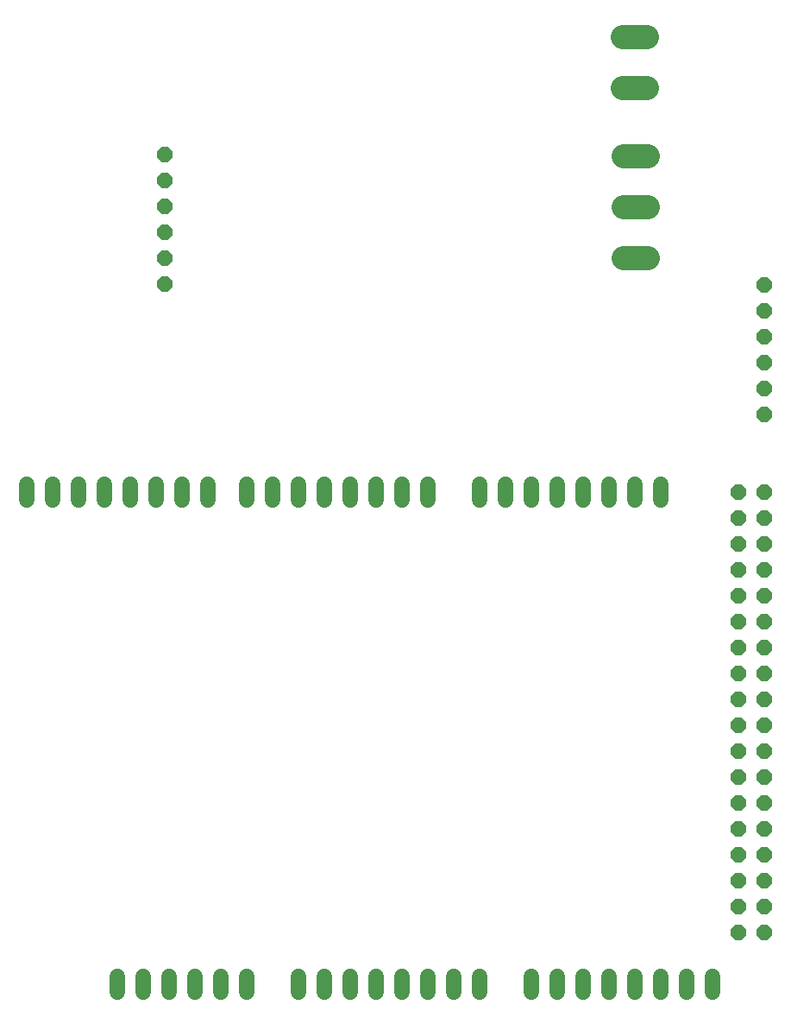
<source format=gbl>
G75*
%MOIN*%
%OFA0B0*%
%FSLAX25Y25*%
%IPPOS*%
%LPD*%
%AMOC8*
5,1,8,0,0,1.08239X$1,22.5*
%
%ADD10OC8,0.06000*%
%ADD11C,0.06000*%
%ADD12C,0.09370*%
D10*
X0197681Y0326539D03*
X0197681Y0336539D03*
X0197681Y0346539D03*
X0197681Y0356539D03*
X0197681Y0366539D03*
X0197681Y0376539D03*
X0419217Y0246343D03*
X0429217Y0246343D03*
X0429217Y0236343D03*
X0419217Y0236343D03*
X0419217Y0226343D03*
X0429217Y0226343D03*
X0429217Y0216343D03*
X0419217Y0216343D03*
X0419217Y0206343D03*
X0429217Y0206343D03*
X0429217Y0196343D03*
X0419217Y0196343D03*
X0419217Y0186343D03*
X0429217Y0186343D03*
X0429217Y0176343D03*
X0419217Y0176343D03*
X0419217Y0166343D03*
X0429217Y0166343D03*
X0429217Y0156343D03*
X0419217Y0156343D03*
X0419217Y0146343D03*
X0429217Y0146343D03*
X0429217Y0136343D03*
X0419217Y0136343D03*
X0419217Y0126343D03*
X0429217Y0126343D03*
X0429217Y0116343D03*
X0419217Y0116343D03*
X0419217Y0106343D03*
X0429217Y0106343D03*
X0429217Y0096343D03*
X0419217Y0096343D03*
X0419217Y0086343D03*
X0429217Y0086343D03*
X0429217Y0076343D03*
X0419217Y0076343D03*
X0429217Y0276343D03*
X0429217Y0286343D03*
X0429217Y0296343D03*
X0429217Y0306343D03*
X0429217Y0316343D03*
X0429217Y0326343D03*
D11*
X0179217Y0059343D02*
X0179217Y0053343D01*
X0189217Y0053343D02*
X0189217Y0059343D01*
X0199217Y0059343D02*
X0199217Y0053343D01*
X0209217Y0053343D02*
X0209217Y0059343D01*
X0219217Y0059343D02*
X0219217Y0053343D01*
X0229217Y0053343D02*
X0229217Y0059343D01*
X0249217Y0059343D02*
X0249217Y0053343D01*
X0259217Y0053343D02*
X0259217Y0059343D01*
X0269217Y0059343D02*
X0269217Y0053343D01*
X0279217Y0053343D02*
X0279217Y0059343D01*
X0289217Y0059343D02*
X0289217Y0053343D01*
X0299217Y0053343D02*
X0299217Y0059343D01*
X0309217Y0059343D02*
X0309217Y0053343D01*
X0319217Y0053343D02*
X0319217Y0059343D01*
X0339217Y0059343D02*
X0339217Y0053343D01*
X0349217Y0053343D02*
X0349217Y0059343D01*
X0359217Y0059343D02*
X0359217Y0053343D01*
X0369217Y0053343D02*
X0369217Y0059343D01*
X0379217Y0059343D02*
X0379217Y0053343D01*
X0389217Y0053343D02*
X0389217Y0059343D01*
X0399217Y0059343D02*
X0399217Y0053343D01*
X0409217Y0053343D02*
X0409217Y0059343D01*
X0389217Y0243343D02*
X0389217Y0249343D01*
X0379217Y0249343D02*
X0379217Y0243343D01*
X0369217Y0243343D02*
X0369217Y0249343D01*
X0359217Y0249343D02*
X0359217Y0243343D01*
X0349217Y0243343D02*
X0349217Y0249343D01*
X0339217Y0249343D02*
X0339217Y0243343D01*
X0329217Y0243343D02*
X0329217Y0249343D01*
X0319217Y0249343D02*
X0319217Y0243343D01*
X0299217Y0243343D02*
X0299217Y0249343D01*
X0289217Y0249343D02*
X0289217Y0243343D01*
X0279217Y0243343D02*
X0279217Y0249343D01*
X0269217Y0249343D02*
X0269217Y0243343D01*
X0259217Y0243343D02*
X0259217Y0249343D01*
X0249217Y0249343D02*
X0249217Y0243343D01*
X0239217Y0243343D02*
X0239217Y0249343D01*
X0229217Y0249343D02*
X0229217Y0243343D01*
X0214217Y0243343D02*
X0214217Y0249343D01*
X0204217Y0249343D02*
X0204217Y0243343D01*
X0194217Y0243343D02*
X0194217Y0249343D01*
X0184217Y0249343D02*
X0184217Y0243343D01*
X0174217Y0243343D02*
X0174217Y0249343D01*
X0164217Y0249343D02*
X0164217Y0243343D01*
X0154217Y0243343D02*
X0154217Y0249343D01*
X0144217Y0249343D02*
X0144217Y0243343D01*
D12*
X0375004Y0336461D02*
X0384374Y0336461D01*
X0384374Y0356146D02*
X0375004Y0356146D01*
X0375004Y0375831D02*
X0384374Y0375831D01*
X0383980Y0402406D02*
X0374610Y0402406D01*
X0374610Y0422091D02*
X0383980Y0422091D01*
M02*

</source>
